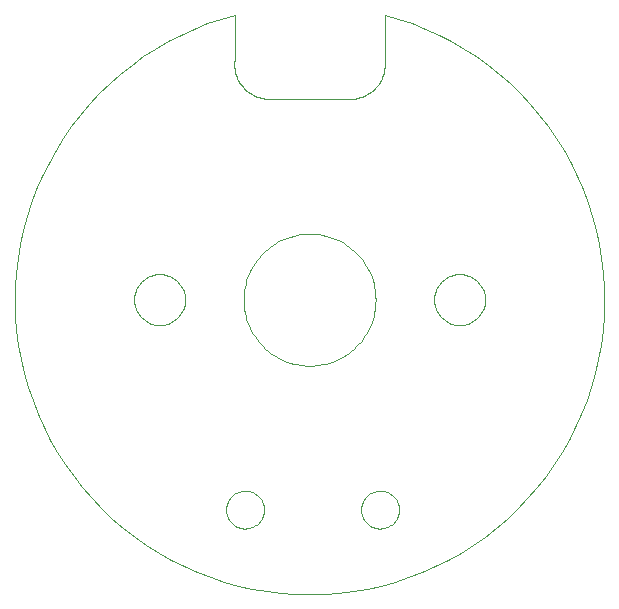
<source format=gbo>
G75*
G70*
%OFA0B0*%
%FSLAX24Y24*%
%IPPOS*%
%LPD*%
%AMOC8*
5,1,8,0,0,1.08239X$1,22.5*
%
%ADD10C,0.0010*%
%ADD11C,0.0000*%
D10*
X004130Y011392D02*
X004132Y011450D01*
X004138Y011508D01*
X004148Y011565D01*
X004162Y011621D01*
X004179Y011677D01*
X004200Y011731D01*
X004225Y011783D01*
X004254Y011834D01*
X004286Y011882D01*
X004321Y011928D01*
X004359Y011972D01*
X004400Y012013D01*
X004444Y012051D01*
X004490Y012086D01*
X004538Y012118D01*
X004589Y012147D01*
X004641Y012172D01*
X004695Y012193D01*
X004751Y012210D01*
X004807Y012224D01*
X004864Y012234D01*
X004922Y012240D01*
X004980Y012242D01*
X005038Y012240D01*
X005096Y012234D01*
X005153Y012224D01*
X005209Y012210D01*
X005265Y012193D01*
X005319Y012172D01*
X005371Y012147D01*
X005422Y012118D01*
X005470Y012086D01*
X005516Y012051D01*
X005560Y012013D01*
X005601Y011972D01*
X005639Y011928D01*
X005674Y011882D01*
X005706Y011834D01*
X005735Y011783D01*
X005760Y011731D01*
X005781Y011677D01*
X005798Y011621D01*
X005812Y011565D01*
X005822Y011508D01*
X005828Y011450D01*
X005830Y011392D01*
X005828Y011334D01*
X005822Y011276D01*
X005812Y011219D01*
X005798Y011163D01*
X005781Y011107D01*
X005760Y011053D01*
X005735Y011001D01*
X005706Y010950D01*
X005674Y010902D01*
X005639Y010856D01*
X005601Y010812D01*
X005560Y010771D01*
X005516Y010733D01*
X005470Y010698D01*
X005422Y010666D01*
X005371Y010637D01*
X005319Y010612D01*
X005265Y010591D01*
X005209Y010574D01*
X005153Y010560D01*
X005096Y010550D01*
X005038Y010544D01*
X004980Y010542D01*
X004922Y010544D01*
X004864Y010550D01*
X004807Y010560D01*
X004751Y010574D01*
X004695Y010591D01*
X004641Y010612D01*
X004589Y010637D01*
X004538Y010666D01*
X004490Y010698D01*
X004444Y010733D01*
X004400Y010771D01*
X004359Y010812D01*
X004321Y010856D01*
X004286Y010902D01*
X004254Y010950D01*
X004225Y011001D01*
X004200Y011053D01*
X004179Y011107D01*
X004162Y011163D01*
X004148Y011219D01*
X004138Y011276D01*
X004132Y011334D01*
X004130Y011392D01*
X007780Y011392D02*
X007783Y011500D01*
X007791Y011608D01*
X007804Y011715D01*
X007822Y011821D01*
X007846Y011927D01*
X007875Y012031D01*
X007909Y012133D01*
X007947Y012234D01*
X007991Y012333D01*
X008040Y012429D01*
X008093Y012523D01*
X008151Y012614D01*
X008213Y012703D01*
X008279Y012788D01*
X008350Y012869D01*
X008424Y012948D01*
X008503Y013022D01*
X008584Y013093D01*
X008669Y013159D01*
X008758Y013221D01*
X008849Y013279D01*
X008943Y013332D01*
X009039Y013381D01*
X009138Y013425D01*
X009239Y013463D01*
X009341Y013497D01*
X009445Y013526D01*
X009551Y013550D01*
X009657Y013568D01*
X009764Y013581D01*
X009872Y013589D01*
X009980Y013592D01*
X010088Y013589D01*
X010196Y013581D01*
X010303Y013568D01*
X010409Y013550D01*
X010515Y013526D01*
X010619Y013497D01*
X010721Y013463D01*
X010822Y013425D01*
X010921Y013381D01*
X011017Y013332D01*
X011111Y013279D01*
X011202Y013221D01*
X011291Y013159D01*
X011376Y013093D01*
X011457Y013022D01*
X011536Y012948D01*
X011610Y012869D01*
X011681Y012788D01*
X011747Y012703D01*
X011809Y012614D01*
X011867Y012523D01*
X011920Y012429D01*
X011969Y012333D01*
X012013Y012234D01*
X012051Y012133D01*
X012085Y012031D01*
X012114Y011927D01*
X012138Y011821D01*
X012156Y011715D01*
X012169Y011608D01*
X012177Y011500D01*
X012180Y011392D01*
X012177Y011284D01*
X012169Y011176D01*
X012156Y011069D01*
X012138Y010963D01*
X012114Y010857D01*
X012085Y010753D01*
X012051Y010651D01*
X012013Y010550D01*
X011969Y010451D01*
X011920Y010355D01*
X011867Y010261D01*
X011809Y010170D01*
X011747Y010081D01*
X011681Y009996D01*
X011610Y009915D01*
X011536Y009836D01*
X011457Y009762D01*
X011376Y009691D01*
X011291Y009625D01*
X011202Y009563D01*
X011111Y009505D01*
X011017Y009452D01*
X010921Y009403D01*
X010822Y009359D01*
X010721Y009321D01*
X010619Y009287D01*
X010515Y009258D01*
X010409Y009234D01*
X010303Y009216D01*
X010196Y009203D01*
X010088Y009195D01*
X009980Y009192D01*
X009872Y009195D01*
X009764Y009203D01*
X009657Y009216D01*
X009551Y009234D01*
X009445Y009258D01*
X009341Y009287D01*
X009239Y009321D01*
X009138Y009359D01*
X009039Y009403D01*
X008943Y009452D01*
X008849Y009505D01*
X008758Y009563D01*
X008669Y009625D01*
X008584Y009691D01*
X008503Y009762D01*
X008424Y009836D01*
X008350Y009915D01*
X008279Y009996D01*
X008213Y010081D01*
X008151Y010170D01*
X008093Y010261D01*
X008040Y010355D01*
X007991Y010451D01*
X007947Y010550D01*
X007909Y010651D01*
X007875Y010753D01*
X007846Y010857D01*
X007822Y010963D01*
X007804Y011069D01*
X007791Y011176D01*
X007783Y011284D01*
X007780Y011392D01*
X007480Y020892D02*
X007019Y020758D01*
X006565Y020602D01*
X006119Y020424D01*
X005682Y020225D01*
X005256Y020004D01*
X004840Y019763D01*
X004437Y019502D01*
X004048Y019221D01*
X003672Y018922D01*
X003312Y018605D01*
X002967Y018270D01*
X002640Y017920D01*
X002329Y017553D01*
X002037Y017172D01*
X001764Y016777D01*
X001511Y016369D01*
X001278Y015949D01*
X001066Y015518D01*
X000875Y015078D01*
X000705Y014629D01*
X000558Y014171D01*
X000434Y013708D01*
X000332Y013238D01*
X000253Y012765D01*
X000198Y012288D01*
X000166Y011809D01*
X000157Y011329D01*
X000172Y010849D01*
X000210Y010370D01*
X000272Y009894D01*
X000357Y009421D01*
X000465Y008953D01*
X000595Y008491D01*
X000748Y008036D01*
X000923Y007589D01*
X001120Y007151D01*
X001337Y006723D01*
X001576Y006306D01*
X001835Y005902D01*
X002113Y005510D01*
X002409Y005133D01*
X002724Y004770D01*
X003057Y004424D01*
X003405Y004094D01*
X003770Y003781D01*
X004149Y003487D01*
X004542Y003211D01*
X004949Y002955D01*
X005367Y002720D01*
X005796Y002505D01*
X006236Y002311D01*
X006684Y002139D01*
X007140Y001989D01*
X007603Y001861D01*
X008071Y001756D01*
X008545Y001674D01*
X009021Y001616D01*
X009500Y001581D01*
X009980Y001569D01*
X010460Y001581D01*
X010939Y001616D01*
X011415Y001674D01*
X011889Y001756D01*
X012357Y001861D01*
X012820Y001989D01*
X013276Y002139D01*
X013724Y002311D01*
X014164Y002505D01*
X014593Y002720D01*
X015011Y002955D01*
X015418Y003211D01*
X015811Y003487D01*
X016190Y003781D01*
X016555Y004094D01*
X016903Y004424D01*
X017236Y004770D01*
X017551Y005133D01*
X017847Y005510D01*
X018125Y005902D01*
X018384Y006306D01*
X018623Y006723D01*
X018840Y007151D01*
X019037Y007589D01*
X019212Y008036D01*
X019365Y008491D01*
X019495Y008953D01*
X019603Y009421D01*
X019688Y009894D01*
X019750Y010370D01*
X019788Y010849D01*
X019803Y011329D01*
X019794Y011809D01*
X019762Y012288D01*
X019707Y012765D01*
X019628Y013238D01*
X019526Y013708D01*
X019402Y014171D01*
X019255Y014629D01*
X019085Y015078D01*
X018894Y015518D01*
X018682Y015949D01*
X018449Y016369D01*
X018196Y016777D01*
X017923Y017172D01*
X017631Y017553D01*
X017320Y017920D01*
X016993Y018270D01*
X016648Y018605D01*
X016288Y018922D01*
X015912Y019221D01*
X015523Y019502D01*
X015120Y019763D01*
X014704Y020004D01*
X014278Y020225D01*
X013841Y020424D01*
X013395Y020602D01*
X012941Y020758D01*
X012480Y020892D01*
X012480Y019392D01*
X012487Y019327D01*
X012490Y019262D01*
X012489Y019197D01*
X012485Y019132D01*
X012477Y019068D01*
X012465Y019004D01*
X012450Y018940D01*
X012431Y018878D01*
X012409Y018817D01*
X012384Y018757D01*
X012355Y018699D01*
X012323Y018642D01*
X012288Y018587D01*
X012249Y018535D01*
X012208Y018484D01*
X012164Y018436D01*
X012118Y018391D01*
X012069Y018348D01*
X012018Y018308D01*
X011964Y018271D01*
X011909Y018237D01*
X011852Y018206D01*
X011793Y018178D01*
X011732Y018154D01*
X011671Y018133D01*
X011608Y018116D01*
X011544Y018102D01*
X011480Y018092D01*
X008480Y018092D01*
X008416Y018102D01*
X008352Y018116D01*
X008289Y018133D01*
X008228Y018154D01*
X008167Y018178D01*
X008108Y018206D01*
X008051Y018237D01*
X007996Y018271D01*
X007942Y018308D01*
X007891Y018348D01*
X007842Y018391D01*
X007796Y018436D01*
X007752Y018484D01*
X007711Y018535D01*
X007672Y018587D01*
X007637Y018642D01*
X007605Y018699D01*
X007576Y018757D01*
X007551Y018817D01*
X007529Y018878D01*
X007510Y018940D01*
X007495Y019004D01*
X007483Y019068D01*
X007475Y019132D01*
X007471Y019197D01*
X007470Y019262D01*
X007473Y019327D01*
X007480Y019392D01*
X007480Y020892D01*
X014130Y011392D02*
X014132Y011450D01*
X014138Y011508D01*
X014148Y011565D01*
X014162Y011621D01*
X014179Y011677D01*
X014200Y011731D01*
X014225Y011783D01*
X014254Y011834D01*
X014286Y011882D01*
X014321Y011928D01*
X014359Y011972D01*
X014400Y012013D01*
X014444Y012051D01*
X014490Y012086D01*
X014538Y012118D01*
X014589Y012147D01*
X014641Y012172D01*
X014695Y012193D01*
X014751Y012210D01*
X014807Y012224D01*
X014864Y012234D01*
X014922Y012240D01*
X014980Y012242D01*
X015038Y012240D01*
X015096Y012234D01*
X015153Y012224D01*
X015209Y012210D01*
X015265Y012193D01*
X015319Y012172D01*
X015371Y012147D01*
X015422Y012118D01*
X015470Y012086D01*
X015516Y012051D01*
X015560Y012013D01*
X015601Y011972D01*
X015639Y011928D01*
X015674Y011882D01*
X015706Y011834D01*
X015735Y011783D01*
X015760Y011731D01*
X015781Y011677D01*
X015798Y011621D01*
X015812Y011565D01*
X015822Y011508D01*
X015828Y011450D01*
X015830Y011392D01*
X015828Y011334D01*
X015822Y011276D01*
X015812Y011219D01*
X015798Y011163D01*
X015781Y011107D01*
X015760Y011053D01*
X015735Y011001D01*
X015706Y010950D01*
X015674Y010902D01*
X015639Y010856D01*
X015601Y010812D01*
X015560Y010771D01*
X015516Y010733D01*
X015470Y010698D01*
X015422Y010666D01*
X015371Y010637D01*
X015319Y010612D01*
X015265Y010591D01*
X015209Y010574D01*
X015153Y010560D01*
X015096Y010550D01*
X015038Y010544D01*
X014980Y010542D01*
X014922Y010544D01*
X014864Y010550D01*
X014807Y010560D01*
X014751Y010574D01*
X014695Y010591D01*
X014641Y010612D01*
X014589Y010637D01*
X014538Y010666D01*
X014490Y010698D01*
X014444Y010733D01*
X014400Y010771D01*
X014359Y010812D01*
X014321Y010856D01*
X014286Y010902D01*
X014254Y010950D01*
X014225Y011001D01*
X014200Y011053D01*
X014179Y011107D01*
X014162Y011163D01*
X014148Y011219D01*
X014138Y011276D01*
X014132Y011334D01*
X014130Y011392D01*
D11*
X007200Y004392D02*
X007202Y004442D01*
X007208Y004492D01*
X007218Y004541D01*
X007232Y004589D01*
X007249Y004636D01*
X007270Y004681D01*
X007295Y004725D01*
X007323Y004766D01*
X007355Y004805D01*
X007389Y004842D01*
X007426Y004876D01*
X007466Y004906D01*
X007508Y004933D01*
X007552Y004957D01*
X007598Y004978D01*
X007645Y004994D01*
X007693Y005007D01*
X007743Y005016D01*
X007792Y005021D01*
X007843Y005022D01*
X007893Y005019D01*
X007942Y005012D01*
X007991Y005001D01*
X008039Y004986D01*
X008085Y004968D01*
X008130Y004946D01*
X008173Y004920D01*
X008214Y004891D01*
X008253Y004859D01*
X008289Y004824D01*
X008321Y004786D01*
X008351Y004746D01*
X008378Y004703D01*
X008401Y004659D01*
X008420Y004613D01*
X008436Y004565D01*
X008448Y004516D01*
X008456Y004467D01*
X008460Y004417D01*
X008460Y004367D01*
X008456Y004317D01*
X008448Y004268D01*
X008436Y004219D01*
X008420Y004171D01*
X008401Y004125D01*
X008378Y004081D01*
X008351Y004038D01*
X008321Y003998D01*
X008289Y003960D01*
X008253Y003925D01*
X008214Y003893D01*
X008173Y003864D01*
X008130Y003838D01*
X008085Y003816D01*
X008039Y003798D01*
X007991Y003783D01*
X007942Y003772D01*
X007893Y003765D01*
X007843Y003762D01*
X007792Y003763D01*
X007743Y003768D01*
X007693Y003777D01*
X007645Y003790D01*
X007598Y003806D01*
X007552Y003827D01*
X007508Y003851D01*
X007466Y003878D01*
X007426Y003908D01*
X007389Y003942D01*
X007355Y003979D01*
X007323Y004018D01*
X007295Y004059D01*
X007270Y004103D01*
X007249Y004148D01*
X007232Y004195D01*
X007218Y004243D01*
X007208Y004292D01*
X007202Y004342D01*
X007200Y004392D01*
X011700Y004392D02*
X011702Y004442D01*
X011708Y004492D01*
X011718Y004541D01*
X011732Y004589D01*
X011749Y004636D01*
X011770Y004681D01*
X011795Y004725D01*
X011823Y004766D01*
X011855Y004805D01*
X011889Y004842D01*
X011926Y004876D01*
X011966Y004906D01*
X012008Y004933D01*
X012052Y004957D01*
X012098Y004978D01*
X012145Y004994D01*
X012193Y005007D01*
X012243Y005016D01*
X012292Y005021D01*
X012343Y005022D01*
X012393Y005019D01*
X012442Y005012D01*
X012491Y005001D01*
X012539Y004986D01*
X012585Y004968D01*
X012630Y004946D01*
X012673Y004920D01*
X012714Y004891D01*
X012753Y004859D01*
X012789Y004824D01*
X012821Y004786D01*
X012851Y004746D01*
X012878Y004703D01*
X012901Y004659D01*
X012920Y004613D01*
X012936Y004565D01*
X012948Y004516D01*
X012956Y004467D01*
X012960Y004417D01*
X012960Y004367D01*
X012956Y004317D01*
X012948Y004268D01*
X012936Y004219D01*
X012920Y004171D01*
X012901Y004125D01*
X012878Y004081D01*
X012851Y004038D01*
X012821Y003998D01*
X012789Y003960D01*
X012753Y003925D01*
X012714Y003893D01*
X012673Y003864D01*
X012630Y003838D01*
X012585Y003816D01*
X012539Y003798D01*
X012491Y003783D01*
X012442Y003772D01*
X012393Y003765D01*
X012343Y003762D01*
X012292Y003763D01*
X012243Y003768D01*
X012193Y003777D01*
X012145Y003790D01*
X012098Y003806D01*
X012052Y003827D01*
X012008Y003851D01*
X011966Y003878D01*
X011926Y003908D01*
X011889Y003942D01*
X011855Y003979D01*
X011823Y004018D01*
X011795Y004059D01*
X011770Y004103D01*
X011749Y004148D01*
X011732Y004195D01*
X011718Y004243D01*
X011708Y004292D01*
X011702Y004342D01*
X011700Y004392D01*
M02*

</source>
